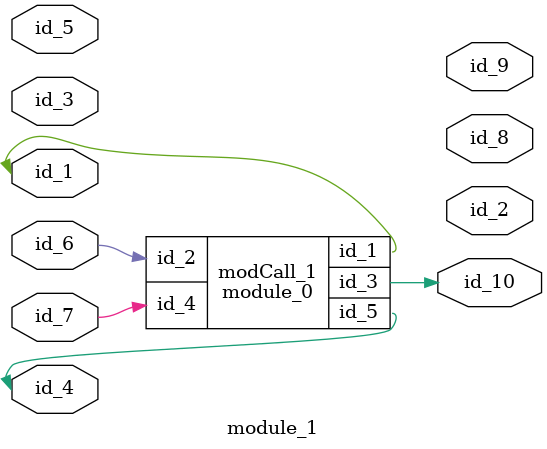
<source format=v>
module module_0 (
    id_1,
    id_2,
    id_3,
    id_4,
    id_5
);
  inout wire id_5;
  input wire id_4;
  output wire id_3;
  input wire id_2;
  inout wire id_1;
  wire id_6 = id_5[1'b0&&1'b0&&1];
endmodule
module module_1 (
    id_1,
    id_2,
    id_3,
    id_4,
    id_5,
    id_6,
    id_7,
    id_8,
    id_9,
    id_10
);
  output wire id_10;
  output wire id_9;
  output wire id_8;
  input wire id_7;
  input wire id_6;
  input wire id_5;
  inout wire id_4;
  inout wire id_3;
  output wire id_2;
  inout wire id_1;
  module_0 modCall_1 (
      id_1,
      id_6,
      id_10,
      id_7,
      id_4
  );
  assign id_4[1] = 1;
endmodule

</source>
